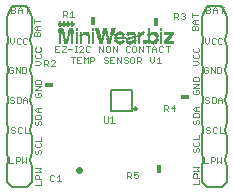
<source format=gto>
G75*
%MOIN*%
%OFA0B0*%
%FSLAX24Y24*%
%IPPOS*%
%LPD*%
%AMOC8*
5,1,8,0,0,1.08239X$1,22.5*
%
%ADD10C,0.0040*%
%ADD11C,0.0050*%
%ADD12C,0.0070*%
%ADD13C,0.0020*%
%ADD14R,0.0180X0.0300*%
%ADD15R,0.0300X0.0180*%
%ADD16C,0.0220*%
%ADD17C,0.0080*%
%ADD18R,0.0042X0.0007*%
%ADD19R,0.0035X0.0007*%
%ADD20R,0.0028X0.0007*%
%ADD21R,0.0099X0.0007*%
%ADD22R,0.0106X0.0007*%
%ADD23R,0.0092X0.0007*%
%ADD24R,0.0120X0.0007*%
%ADD25R,0.0113X0.0007*%
%ADD26R,0.0085X0.0007*%
%ADD27R,0.0333X0.0007*%
%ADD28R,0.0099X0.0007*%
%ADD29R,0.0106X0.0007*%
%ADD30R,0.0092X0.0007*%
%ADD31R,0.0163X0.0007*%
%ADD32R,0.0149X0.0007*%
%ADD33R,0.0092X0.0007*%
%ADD34R,0.0127X0.0007*%
%ADD35R,0.0333X0.0007*%
%ADD36R,0.0099X0.0007*%
%ADD37R,0.0106X0.0007*%
%ADD38R,0.0092X0.0007*%
%ADD39R,0.0113X0.0007*%
%ADD40R,0.0191X0.0007*%
%ADD41R,0.0177X0.0007*%
%ADD42R,0.0092X0.0007*%
%ADD43R,0.0149X0.0007*%
%ADD44R,0.0333X0.0007*%
%ADD45R,0.0120X0.0007*%
%ADD46R,0.0212X0.0007*%
%ADD47R,0.0191X0.0007*%
%ADD48R,0.0092X0.0007*%
%ADD49R,0.0177X0.0007*%
%ADD50R,0.0120X0.0007*%
%ADD51R,0.0234X0.0007*%
%ADD52R,0.0205X0.0007*%
%ADD53R,0.0099X0.0007*%
%ADD54R,0.0120X0.0007*%
%ADD55R,0.0092X0.0007*%
%ADD56R,0.0113X0.0007*%
%ADD57R,0.0120X0.0007*%
%ADD58R,0.0255X0.0007*%
%ADD59R,0.0220X0.0007*%
%ADD60R,0.0092X0.0007*%
%ADD61R,0.0106X0.0007*%
%ADD62R,0.0198X0.0007*%
%ADD63R,0.0333X0.0007*%
%ADD64R,0.0135X0.0007*%
%ADD65R,0.0127X0.0007*%
%ADD66R,0.0269X0.0007*%
%ADD67R,0.0326X0.0007*%
%ADD68R,0.0212X0.0007*%
%ADD69R,0.0135X0.0007*%
%ADD70R,0.0127X0.0007*%
%ADD71R,0.0127X0.0007*%
%ADD72R,0.0283X0.0007*%
%ADD73R,0.0333X0.0007*%
%ADD74R,0.0227X0.0007*%
%ADD75R,0.0135X0.0007*%
%ADD76R,0.0127X0.0007*%
%ADD77R,0.0290X0.0007*%
%ADD78R,0.0333X0.0007*%
%ADD79R,0.0135X0.0007*%
%ADD80R,0.0297X0.0007*%
%ADD81R,0.0340X0.0007*%
%ADD82R,0.0149X0.0007*%
%ADD83R,0.0135X0.0007*%
%ADD84R,0.0142X0.0007*%
%ADD85R,0.0312X0.0007*%
%ADD86R,0.0156X0.0007*%
%ADD87R,0.0340X0.0007*%
%ADD88R,0.0142X0.0007*%
%ADD89R,0.0120X0.0007*%
%ADD90R,0.0142X0.0007*%
%ADD91R,0.0326X0.0007*%
%ADD92R,0.0149X0.0007*%
%ADD93R,0.0142X0.0007*%
%ADD94R,0.0106X0.0007*%
%ADD95R,0.0127X0.0007*%
%ADD96R,0.0135X0.0007*%
%ADD97R,0.0113X0.0007*%
%ADD98R,0.0163X0.0007*%
%ADD99R,0.0163X0.0007*%
%ADD100R,0.0156X0.0007*%
%ADD101R,0.0113X0.0007*%
%ADD102R,0.0120X0.0007*%
%ADD103R,0.0163X0.0007*%
%ADD104R,0.0163X0.0007*%
%ADD105R,0.0085X0.0007*%
%ADD106R,0.0170X0.0007*%
%ADD107R,0.0177X0.0007*%
%ADD108R,0.0085X0.0007*%
%ADD109R,0.0078X0.0007*%
%ADD110R,0.0177X0.0007*%
%ADD111R,0.0106X0.0007*%
%ADD112R,0.0113X0.0007*%
%ADD113R,0.0085X0.0007*%
%ADD114R,0.0177X0.0007*%
%ADD115R,0.0085X0.0007*%
%ADD116R,0.0177X0.0007*%
%ADD117R,0.0177X0.0007*%
%ADD118R,0.0099X0.0007*%
%ADD119R,0.0184X0.0007*%
%ADD120R,0.0099X0.0007*%
%ADD121R,0.0368X0.0007*%
%ADD122R,0.0191X0.0007*%
%ADD123R,0.0368X0.0007*%
%ADD124R,0.0163X0.0007*%
%ADD125R,0.0184X0.0007*%
%ADD126R,0.0368X0.0007*%
%ADD127R,0.0290X0.0007*%
%ADD128R,0.0113X0.0007*%
%ADD129R,0.0085X0.0007*%
%ADD130R,0.0368X0.0007*%
%ADD131R,0.0276X0.0007*%
%ADD132R,0.0361X0.0007*%
%ADD133R,0.0255X0.0007*%
%ADD134R,0.0085X0.0007*%
%ADD135R,0.0361X0.0007*%
%ADD136R,0.0220X0.0007*%
%ADD137R,0.0361X0.0007*%
%ADD138R,0.0099X0.0007*%
%ADD139R,0.0106X0.0007*%
%ADD140R,0.0106X0.0007*%
%ADD141R,0.0120X0.0007*%
%ADD142R,0.0219X0.0007*%
%ADD143R,0.0142X0.0007*%
%ADD144R,0.0219X0.0007*%
%ADD145R,0.0312X0.0007*%
%ADD146R,0.0219X0.0007*%
%ADD147R,0.0347X0.0007*%
%ADD148R,0.0312X0.0007*%
%ADD149R,0.0304X0.0007*%
%ADD150R,0.0340X0.0007*%
%ADD151R,0.0312X0.0007*%
%ADD152R,0.0234X0.0007*%
%ADD153R,0.0297X0.0007*%
%ADD154R,0.0219X0.0007*%
%ADD155R,0.0312X0.0007*%
%ADD156R,0.0227X0.0007*%
%ADD157R,0.0283X0.0007*%
%ADD158R,0.0290X0.0007*%
%ADD159R,0.0269X0.0007*%
%ADD160R,0.0205X0.0007*%
%ADD161R,0.0184X0.0007*%
%ADD162R,0.0255X0.0007*%
%ADD163R,0.0198X0.0007*%
%ADD164R,0.0191X0.0007*%
%ADD165R,0.0184X0.0007*%
%ADD166R,0.0241X0.0007*%
%ADD167R,0.0255X0.0007*%
%ADD168R,0.0191X0.0007*%
%ADD169R,0.0198X0.0007*%
%ADD170R,0.0184X0.0007*%
%ADD171R,0.0234X0.0007*%
%ADD172R,0.0212X0.0007*%
%ADD173R,0.0184X0.0007*%
%ADD174R,0.0170X0.0007*%
%ADD175R,0.0170X0.0007*%
%ADD176R,0.0156X0.0007*%
%ADD177R,0.0035X0.0007*%
%ADD178R,0.0170X0.0007*%
%ADD179R,0.0042X0.0007*%
%ADD180R,0.0064X0.0007*%
%ADD181R,0.0028X0.0007*%
%ADD182R,0.0035X0.0007*%
%ADD183R,0.0156X0.0007*%
%ADD184R,0.0177X0.0007*%
%ADD185R,0.0170X0.0007*%
%ADD186R,0.0028X0.0007*%
%ADD187R,0.0028X0.0007*%
%ADD188R,0.0057X0.0007*%
%ADD189R,0.0057X0.0007*%
%ADD190R,0.0042X0.0007*%
%ADD191R,0.0043X0.0007*%
%ADD192R,0.0050X0.0007*%
%ADD193R,0.0050X0.0007*%
%ADD194R,0.0043X0.0007*%
%ADD195R,0.0043X0.0007*%
%ADD196R,0.0035X0.0007*%
%ADD197R,0.0035X0.0007*%
%ADD198R,0.0078X0.0007*%
%ADD199R,0.0064X0.0007*%
D10*
X001150Y001386D02*
X001283Y001386D01*
X001371Y001386D02*
X001371Y001586D01*
X001471Y001586D01*
X001504Y001553D01*
X001504Y001486D01*
X001471Y001453D01*
X001371Y001453D01*
X001150Y001386D02*
X001150Y001586D01*
X001592Y001586D02*
X001592Y001386D01*
X001659Y001453D01*
X001725Y001386D01*
X001725Y001586D01*
X002004Y001719D02*
X002004Y001785D01*
X002038Y001819D01*
X002104Y001785D02*
X002104Y001719D01*
X002071Y001685D01*
X002038Y001685D01*
X002004Y001719D01*
X002104Y001785D02*
X002138Y001819D01*
X002171Y001819D01*
X002204Y001785D01*
X002204Y001719D01*
X002171Y001685D01*
X002171Y001906D02*
X002038Y001906D01*
X002004Y001940D01*
X002004Y002006D01*
X002038Y002040D01*
X002004Y002127D02*
X002204Y002127D01*
X002204Y002261D01*
X002171Y002040D02*
X002204Y002006D01*
X002204Y001940D01*
X002171Y001906D01*
X001804Y002370D02*
X001671Y002370D01*
X001671Y002571D01*
X001583Y002537D02*
X001550Y002571D01*
X001483Y002571D01*
X001450Y002537D01*
X001450Y002404D01*
X001483Y002370D01*
X001550Y002370D01*
X001583Y002404D01*
X001362Y002404D02*
X001329Y002370D01*
X001262Y002370D01*
X001229Y002404D01*
X001262Y002470D02*
X001329Y002470D01*
X001362Y002437D01*
X001362Y002404D01*
X001262Y002470D02*
X001229Y002504D01*
X001229Y002537D01*
X001262Y002571D01*
X001329Y002571D01*
X001362Y002537D01*
X002012Y002679D02*
X002045Y002646D01*
X002079Y002646D01*
X002112Y002679D01*
X002112Y002746D01*
X002146Y002779D01*
X002179Y002779D01*
X002212Y002746D01*
X002212Y002679D01*
X002179Y002646D01*
X002012Y002679D02*
X002012Y002746D01*
X002045Y002779D01*
X002012Y002867D02*
X002012Y002967D01*
X002045Y003000D01*
X002179Y003000D01*
X002212Y002967D01*
X002212Y002867D01*
X002012Y002867D01*
X002079Y003088D02*
X002012Y003155D01*
X002079Y003221D01*
X002212Y003221D01*
X002112Y003221D02*
X002112Y003088D01*
X002079Y003088D02*
X002212Y003088D01*
X001765Y003394D02*
X001765Y003527D01*
X001698Y003594D01*
X001631Y003527D01*
X001631Y003394D01*
X001544Y003427D02*
X001544Y003561D01*
X001510Y003594D01*
X001410Y003594D01*
X001410Y003394D01*
X001510Y003394D01*
X001544Y003427D01*
X001631Y003494D02*
X001765Y003494D01*
X002012Y003624D02*
X002012Y003691D01*
X002045Y003724D01*
X002012Y003691D01*
X002012Y003624D01*
X002045Y003591D01*
X002179Y003591D01*
X002212Y003624D01*
X002212Y003691D01*
X002179Y003724D01*
X002112Y003724D01*
X002112Y003658D01*
X002112Y003724D01*
X002179Y003724D01*
X002212Y003691D01*
X002212Y003624D01*
X002179Y003591D01*
X002045Y003591D01*
X002012Y003624D01*
X002012Y003812D02*
X002212Y003945D01*
X002012Y003945D01*
X002212Y003945D01*
X002012Y003812D01*
X002212Y003812D01*
X002012Y003812D01*
X002012Y004033D02*
X002012Y004133D01*
X002045Y004166D01*
X002179Y004166D01*
X002212Y004133D01*
X002212Y004033D01*
X002012Y004033D01*
X002012Y004133D01*
X002045Y004166D01*
X002179Y004166D01*
X002212Y004133D01*
X002212Y004033D01*
X002012Y004033D01*
X001692Y004378D02*
X001592Y004378D01*
X001592Y004578D01*
X001692Y004578D01*
X001725Y004545D01*
X001725Y004412D01*
X001692Y004378D01*
X001504Y004378D02*
X001504Y004578D01*
X001371Y004578D02*
X001504Y004378D01*
X001371Y004378D02*
X001371Y004578D01*
X001283Y004545D02*
X001250Y004578D01*
X001183Y004578D01*
X001150Y004545D01*
X001150Y004412D01*
X001183Y004378D01*
X001250Y004378D01*
X001283Y004412D01*
X001283Y004478D01*
X001217Y004478D01*
X002016Y004660D02*
X002149Y004660D01*
X002216Y004727D01*
X002149Y004794D01*
X002016Y004794D01*
X002049Y004881D02*
X002183Y004881D01*
X002216Y004915D01*
X002216Y004981D01*
X002183Y005015D01*
X002049Y005015D02*
X002016Y004981D01*
X002016Y004915D01*
X002049Y004881D01*
X002335Y004828D02*
X002335Y004628D01*
X002335Y004695D02*
X002435Y004695D01*
X002469Y004728D01*
X002469Y004795D01*
X002435Y004828D01*
X002335Y004828D01*
X002402Y004695D02*
X002469Y004628D01*
X002556Y004628D02*
X002690Y004761D01*
X002690Y004795D01*
X002656Y004828D01*
X002590Y004828D01*
X002556Y004795D01*
X002556Y004628D02*
X002690Y004628D01*
X002690Y005076D02*
X002823Y005076D01*
X002911Y005076D02*
X002911Y005109D01*
X003044Y005243D01*
X003044Y005276D01*
X002911Y005276D01*
X002823Y005276D02*
X002690Y005276D01*
X002690Y005076D01*
X002690Y005176D02*
X002756Y005176D01*
X002911Y005076D02*
X003044Y005076D01*
X003132Y005176D02*
X003265Y005176D01*
X003353Y005276D02*
X003419Y005276D01*
X003386Y005276D02*
X003386Y005076D01*
X003353Y005076D02*
X003419Y005076D01*
X003500Y005076D02*
X003633Y005210D01*
X003633Y005243D01*
X003600Y005276D01*
X003533Y005276D01*
X003500Y005243D01*
X003721Y005243D02*
X003721Y005109D01*
X003754Y005076D01*
X003821Y005076D01*
X003854Y005109D01*
X003854Y005243D02*
X003821Y005276D01*
X003754Y005276D01*
X003721Y005243D01*
X003633Y005076D02*
X003500Y005076D01*
X003560Y004916D02*
X003426Y004916D01*
X003426Y004716D01*
X003560Y004716D01*
X003647Y004716D02*
X003647Y004916D01*
X003714Y004850D01*
X003781Y004916D01*
X003781Y004716D01*
X003868Y004716D02*
X003868Y004916D01*
X003968Y004916D01*
X004002Y004883D01*
X004002Y004816D01*
X003968Y004783D01*
X003868Y004783D01*
X003493Y004816D02*
X003426Y004816D01*
X003339Y004916D02*
X003205Y004916D01*
X003272Y004916D02*
X003272Y004716D01*
X004163Y005076D02*
X004163Y005276D01*
X004296Y005076D01*
X004296Y005276D01*
X004384Y005243D02*
X004384Y005109D01*
X004417Y005076D01*
X004484Y005076D01*
X004517Y005109D01*
X004517Y005243D01*
X004484Y005276D01*
X004417Y005276D01*
X004384Y005243D01*
X004605Y005276D02*
X004738Y005076D01*
X004738Y005276D01*
X004605Y005276D02*
X004605Y005076D01*
X004665Y004916D02*
X004531Y004916D01*
X004531Y004716D01*
X004665Y004716D01*
X004752Y004716D02*
X004752Y004916D01*
X004886Y004716D01*
X004886Y004916D01*
X004973Y004883D02*
X004973Y004850D01*
X005007Y004816D01*
X005073Y004816D01*
X005107Y004783D01*
X005107Y004749D01*
X005073Y004716D01*
X005007Y004716D01*
X004973Y004749D01*
X004973Y004883D02*
X005007Y004916D01*
X005073Y004916D01*
X005107Y004883D01*
X005194Y004883D02*
X005228Y004916D01*
X005294Y004916D01*
X005328Y004883D01*
X005328Y004749D01*
X005294Y004716D01*
X005228Y004716D01*
X005194Y004749D01*
X005194Y004883D01*
X005147Y005076D02*
X005180Y005109D01*
X005147Y005076D02*
X005080Y005076D01*
X005047Y005109D01*
X005047Y005243D01*
X005080Y005276D01*
X005147Y005276D01*
X005180Y005243D01*
X005268Y005243D02*
X005268Y005109D01*
X005301Y005076D01*
X005368Y005076D01*
X005401Y005109D01*
X005401Y005243D01*
X005368Y005276D01*
X005301Y005276D01*
X005268Y005243D01*
X005489Y005276D02*
X005622Y005076D01*
X005622Y005276D01*
X005710Y005276D02*
X005843Y005276D01*
X005777Y005276D02*
X005777Y005076D01*
X005931Y005076D02*
X005931Y005210D01*
X005998Y005276D01*
X006064Y005210D01*
X006064Y005076D01*
X006152Y005109D02*
X006185Y005076D01*
X006252Y005076D01*
X006285Y005109D01*
X006152Y005109D02*
X006152Y005243D01*
X006185Y005276D01*
X006252Y005276D01*
X006285Y005243D01*
X006373Y005276D02*
X006506Y005276D01*
X006440Y005276D02*
X006440Y005076D01*
X006145Y004916D02*
X006145Y004716D01*
X006078Y004716D02*
X006212Y004716D01*
X006078Y004850D02*
X006145Y004916D01*
X005991Y004916D02*
X005991Y004783D01*
X005924Y004716D01*
X005857Y004783D01*
X005857Y004916D01*
X005931Y005176D02*
X006064Y005176D01*
X005549Y004883D02*
X005549Y004816D01*
X005515Y004783D01*
X005415Y004783D01*
X005415Y004716D02*
X005415Y004916D01*
X005515Y004916D01*
X005549Y004883D01*
X005482Y004783D02*
X005549Y004716D01*
X005489Y005076D02*
X005489Y005276D01*
X004598Y004816D02*
X004531Y004816D01*
X004444Y004783D02*
X004444Y004749D01*
X004410Y004716D01*
X004344Y004716D01*
X004310Y004749D01*
X004344Y004816D02*
X004410Y004816D01*
X004444Y004783D01*
X004444Y004883D02*
X004410Y004916D01*
X004344Y004916D01*
X004310Y004883D01*
X004310Y004850D01*
X004344Y004816D01*
X003318Y006260D02*
X003184Y006260D01*
X003251Y006260D02*
X003251Y006460D01*
X003184Y006393D01*
X003097Y006426D02*
X003097Y006360D01*
X003064Y006326D01*
X002963Y006326D01*
X002963Y006260D02*
X002963Y006460D01*
X003064Y006460D01*
X003097Y006426D01*
X003030Y006326D02*
X003097Y006260D01*
X002200Y006116D02*
X002000Y006116D01*
X002000Y006182D02*
X002000Y006049D01*
X002067Y005961D02*
X002200Y005961D01*
X002100Y005961D02*
X002100Y005828D01*
X002067Y005828D02*
X002000Y005895D01*
X002067Y005961D01*
X002067Y005828D02*
X002200Y005828D01*
X002167Y005740D02*
X002200Y005707D01*
X002200Y005607D01*
X002000Y005607D01*
X002000Y005707D01*
X002034Y005740D01*
X002067Y005740D01*
X002100Y005707D01*
X002100Y005607D01*
X002100Y005707D02*
X002134Y005740D01*
X002167Y005740D01*
X001765Y005529D02*
X001731Y005563D01*
X001665Y005563D01*
X001631Y005529D01*
X001631Y005396D01*
X001665Y005363D01*
X001731Y005363D01*
X001765Y005396D01*
X001544Y005396D02*
X001510Y005363D01*
X001444Y005363D01*
X001410Y005396D01*
X001410Y005529D01*
X001444Y005563D01*
X001510Y005563D01*
X001544Y005529D01*
X001323Y005563D02*
X001323Y005429D01*
X001256Y005363D01*
X001189Y005429D01*
X001189Y005563D01*
X002016Y005202D02*
X002016Y005136D01*
X002049Y005102D01*
X002183Y005102D01*
X002216Y005136D01*
X002216Y005202D01*
X002183Y005236D01*
X002049Y005236D02*
X002016Y005202D01*
X001737Y006386D02*
X001737Y006586D01*
X001671Y006586D02*
X001804Y006586D01*
X001583Y006520D02*
X001583Y006386D01*
X001583Y006486D02*
X001450Y006486D01*
X001450Y006520D02*
X001516Y006586D01*
X001583Y006520D01*
X001450Y006520D02*
X001450Y006386D01*
X001362Y006420D02*
X001329Y006386D01*
X001229Y006386D01*
X001229Y006586D01*
X001329Y006586D01*
X001362Y006553D01*
X001362Y006520D01*
X001329Y006486D01*
X001229Y006486D01*
X001329Y006486D02*
X001362Y006453D01*
X001362Y006420D01*
X001289Y003594D02*
X001223Y003594D01*
X001189Y003561D01*
X001189Y003527D01*
X001223Y003494D01*
X001289Y003494D01*
X001323Y003461D01*
X001323Y003427D01*
X001289Y003394D01*
X001223Y003394D01*
X001189Y003427D01*
X001323Y003561D02*
X001289Y003594D01*
X002012Y001214D02*
X002212Y001214D01*
X002146Y001147D01*
X002212Y001080D01*
X002012Y001080D01*
X002045Y000993D02*
X002112Y000993D01*
X002146Y000959D01*
X002146Y000859D01*
X002212Y000859D02*
X002012Y000859D01*
X002012Y000959D01*
X002045Y000993D01*
X002212Y000772D02*
X002212Y000638D01*
X002012Y000638D01*
X002516Y000834D02*
X002516Y000967D01*
X002550Y001000D01*
X002617Y001000D01*
X002650Y000967D01*
X002737Y000934D02*
X002804Y001000D01*
X002804Y000800D01*
X002737Y000800D02*
X002871Y000800D01*
X002650Y000834D02*
X002617Y000800D01*
X002550Y000800D01*
X002516Y000834D01*
X005101Y000882D02*
X005101Y001083D01*
X005201Y001083D01*
X005235Y001049D01*
X005235Y000982D01*
X005201Y000949D01*
X005101Y000949D01*
X005168Y000949D02*
X005235Y000882D01*
X005322Y000916D02*
X005356Y000882D01*
X005422Y000882D01*
X005456Y000916D01*
X005456Y000982D01*
X005422Y001016D01*
X005389Y001016D01*
X005322Y000982D01*
X005322Y001083D01*
X005456Y001083D01*
X007288Y001123D02*
X007488Y001123D01*
X007421Y001190D01*
X007488Y001257D01*
X007288Y001257D01*
X007321Y001036D02*
X007388Y001036D01*
X007421Y001002D01*
X007421Y000902D01*
X007488Y000902D02*
X007288Y000902D01*
X007288Y001002D01*
X007321Y001036D01*
X007488Y000815D02*
X007488Y000681D01*
X007288Y000681D01*
X007650Y001386D02*
X007783Y001386D01*
X007871Y001386D02*
X007871Y001586D01*
X007971Y001586D01*
X008004Y001553D01*
X008004Y001486D01*
X007971Y001453D01*
X007871Y001453D01*
X008092Y001386D02*
X008092Y001586D01*
X008225Y001586D02*
X008225Y001386D01*
X008159Y001453D01*
X008092Y001386D01*
X007650Y001386D02*
X007650Y001586D01*
X007455Y001744D02*
X007488Y001778D01*
X007488Y001844D01*
X007455Y001878D01*
X007421Y001878D01*
X007388Y001844D01*
X007388Y001778D01*
X007354Y001744D01*
X007321Y001744D01*
X007288Y001778D01*
X007288Y001844D01*
X007321Y001878D01*
X007321Y001965D02*
X007455Y001965D01*
X007488Y001999D01*
X007488Y002065D01*
X007455Y002099D01*
X007488Y002186D02*
X007288Y002186D01*
X007321Y002099D02*
X007288Y002065D01*
X007288Y001999D01*
X007321Y001965D01*
X007488Y002186D02*
X007488Y002320D01*
X007729Y002404D02*
X007762Y002370D01*
X007829Y002370D01*
X007862Y002404D01*
X007862Y002437D01*
X007829Y002470D01*
X007762Y002470D01*
X007729Y002504D01*
X007729Y002537D01*
X007762Y002571D01*
X007829Y002571D01*
X007862Y002537D01*
X007950Y002537D02*
X007950Y002404D01*
X007983Y002370D01*
X008050Y002370D01*
X008083Y002404D01*
X008171Y002370D02*
X008304Y002370D01*
X008171Y002370D02*
X008171Y002571D01*
X008083Y002537D02*
X008050Y002571D01*
X007983Y002571D01*
X007950Y002537D01*
X007488Y002723D02*
X007455Y002689D01*
X007488Y002723D02*
X007488Y002789D01*
X007455Y002823D01*
X007421Y002823D01*
X007388Y002789D01*
X007388Y002723D01*
X007354Y002689D01*
X007321Y002689D01*
X007288Y002723D01*
X007288Y002789D01*
X007321Y002823D01*
X007288Y002910D02*
X007288Y003010D01*
X007321Y003044D01*
X007455Y003044D01*
X007488Y003010D01*
X007488Y002910D01*
X007288Y002910D01*
X007354Y003131D02*
X007288Y003198D01*
X007354Y003265D01*
X007488Y003265D01*
X007388Y003265D02*
X007388Y003131D01*
X007354Y003131D02*
X007488Y003131D01*
X007723Y003394D02*
X007689Y003427D01*
X007723Y003394D02*
X007789Y003394D01*
X007823Y003427D01*
X007823Y003461D01*
X007789Y003494D01*
X007723Y003494D01*
X007689Y003527D01*
X007689Y003561D01*
X007723Y003594D01*
X007789Y003594D01*
X007823Y003561D01*
X007910Y003594D02*
X008010Y003594D01*
X008044Y003561D01*
X008044Y003427D01*
X008010Y003394D01*
X007910Y003394D01*
X007910Y003594D01*
X008131Y003527D02*
X008131Y003394D01*
X008265Y003394D02*
X008265Y003527D01*
X008198Y003594D01*
X008131Y003527D01*
X008131Y003494D02*
X008265Y003494D01*
X007488Y003707D02*
X007488Y003774D01*
X007455Y003807D01*
X007388Y003807D01*
X007388Y003740D01*
X007321Y003674D02*
X007455Y003674D01*
X007488Y003707D01*
X007321Y003674D02*
X007288Y003707D01*
X007288Y003774D01*
X007321Y003807D01*
X007288Y003895D02*
X007488Y004028D01*
X007288Y004028D01*
X007288Y004116D02*
X007288Y004216D01*
X007321Y004249D01*
X007455Y004249D01*
X007488Y004216D01*
X007488Y004116D01*
X007288Y004116D01*
X007288Y003895D02*
X007488Y003895D01*
X007683Y004378D02*
X007750Y004378D01*
X007783Y004412D01*
X007783Y004478D01*
X007717Y004478D01*
X007783Y004545D02*
X007750Y004578D01*
X007683Y004578D01*
X007650Y004545D01*
X007650Y004412D01*
X007683Y004378D01*
X007871Y004378D02*
X007871Y004578D01*
X008004Y004378D01*
X008004Y004578D01*
X008092Y004578D02*
X008192Y004578D01*
X008225Y004545D01*
X008225Y004412D01*
X008192Y004378D01*
X008092Y004378D01*
X008092Y004578D01*
X007488Y004725D02*
X007421Y004791D01*
X007288Y004791D01*
X007321Y004879D02*
X007455Y004879D01*
X007488Y004912D01*
X007488Y004979D01*
X007455Y005012D01*
X007455Y005100D02*
X007321Y005100D01*
X007288Y005133D01*
X007288Y005200D01*
X007321Y005233D01*
X007455Y005233D02*
X007488Y005200D01*
X007488Y005133D01*
X007455Y005100D01*
X007321Y005012D02*
X007288Y004979D01*
X007288Y004912D01*
X007321Y004879D01*
X007488Y004725D02*
X007421Y004658D01*
X007288Y004658D01*
X007756Y005363D02*
X007823Y005429D01*
X007823Y005563D01*
X007910Y005529D02*
X007910Y005396D01*
X007944Y005363D01*
X008010Y005363D01*
X008044Y005396D01*
X008131Y005396D02*
X008165Y005363D01*
X008231Y005363D01*
X008265Y005396D01*
X008131Y005396D02*
X008131Y005529D01*
X008165Y005563D01*
X008231Y005563D01*
X008265Y005529D01*
X008044Y005529D02*
X008010Y005563D01*
X007944Y005563D01*
X007910Y005529D01*
X007689Y005563D02*
X007689Y005429D01*
X007756Y005363D01*
X007464Y005807D02*
X007264Y005807D01*
X007264Y005907D01*
X007297Y005941D01*
X007331Y005941D01*
X007364Y005907D01*
X007364Y005807D01*
X007464Y005807D02*
X007464Y005907D01*
X007431Y005941D01*
X007398Y005941D01*
X007364Y005907D01*
X007364Y006028D02*
X007364Y006162D01*
X007331Y006162D02*
X007264Y006095D01*
X007331Y006028D01*
X007464Y006028D01*
X007464Y006162D02*
X007331Y006162D01*
X007264Y006249D02*
X007264Y006383D01*
X007264Y006316D02*
X007464Y006316D01*
X007729Y006386D02*
X007829Y006386D01*
X007862Y006420D01*
X007862Y006453D01*
X007829Y006486D01*
X007729Y006486D01*
X007829Y006486D02*
X007862Y006520D01*
X007862Y006553D01*
X007829Y006586D01*
X007729Y006586D01*
X007729Y006386D01*
X007950Y006386D02*
X007950Y006520D01*
X008016Y006586D01*
X008083Y006520D01*
X008083Y006386D01*
X008083Y006486D02*
X007950Y006486D01*
X008171Y006586D02*
X008304Y006586D01*
X008237Y006586D02*
X008237Y006386D01*
X007009Y006358D02*
X007009Y006325D01*
X006975Y006292D01*
X007009Y006258D01*
X007009Y006225D01*
X006975Y006192D01*
X006909Y006192D01*
X006875Y006225D01*
X006788Y006192D02*
X006721Y006258D01*
X006754Y006258D02*
X006654Y006258D01*
X006654Y006192D02*
X006654Y006392D01*
X006754Y006392D01*
X006788Y006358D01*
X006788Y006292D01*
X006754Y006258D01*
X006875Y006358D02*
X006909Y006392D01*
X006975Y006392D01*
X007009Y006358D01*
X006975Y006292D02*
X006942Y006292D01*
X006647Y003311D02*
X006547Y003211D01*
X006680Y003211D01*
X006647Y003111D02*
X006647Y003311D01*
X006459Y003278D02*
X006459Y003211D01*
X006426Y003177D01*
X006326Y003177D01*
X006326Y003111D02*
X006326Y003311D01*
X006426Y003311D01*
X006459Y003278D01*
X006392Y003177D02*
X006459Y003111D01*
D11*
X005248Y003119D02*
X004548Y003119D01*
X004548Y003819D01*
X005248Y003819D01*
X005248Y003119D01*
D12*
X005331Y003199D02*
X005333Y003210D01*
X005338Y003221D01*
X005346Y003229D01*
X005357Y003234D01*
X005368Y003236D01*
X005379Y003234D01*
X005390Y003229D01*
X005398Y003221D01*
X005403Y003210D01*
X005405Y003199D01*
X005403Y003188D01*
X005398Y003177D01*
X005390Y003169D01*
X005379Y003164D01*
X005368Y003162D01*
X005357Y003164D01*
X005346Y003169D01*
X005338Y003177D01*
X005333Y003188D01*
X005331Y003199D01*
D13*
X004675Y002729D02*
X004529Y002729D01*
X004602Y002729D02*
X004602Y002949D01*
X004529Y002875D01*
X004454Y002949D02*
X004454Y002765D01*
X004418Y002729D01*
X004344Y002729D01*
X004308Y002765D01*
X004308Y002949D01*
D14*
X006142Y001196D03*
X006039Y006076D03*
X003949Y006110D03*
D15*
X002473Y003984D03*
X007005Y003591D03*
D16*
X003500Y001166D02*
X003500Y001142D01*
D17*
X001250Y000579D02*
X001079Y000750D01*
X001079Y001250D01*
X001132Y001500D01*
X001079Y001750D01*
X001079Y002250D01*
X001132Y002500D01*
X001079Y002750D01*
X001079Y003250D01*
X001132Y003500D01*
X001079Y003750D01*
X001079Y004250D01*
X001132Y004500D01*
X001079Y004750D01*
X001079Y005250D01*
X001132Y005500D01*
X001079Y005750D01*
X001079Y006250D01*
X001250Y006618D01*
X001750Y006618D01*
X001921Y006250D01*
X001921Y005750D01*
X001868Y005500D01*
X001921Y005250D01*
X001921Y004750D01*
X001868Y004500D01*
X001921Y004250D01*
X001921Y003750D01*
X001868Y003500D01*
X001921Y003250D01*
X001921Y002750D01*
X001868Y002500D01*
X001921Y002250D01*
X001921Y001750D01*
X001868Y001500D01*
X001921Y001250D01*
X001921Y000750D01*
X001750Y000579D01*
X001250Y000579D01*
X007579Y000750D02*
X007750Y000579D01*
X008250Y000579D01*
X008421Y000750D01*
X008421Y001250D01*
X008368Y001500D01*
X008421Y001750D01*
X008421Y002250D01*
X008368Y002500D01*
X008421Y002750D01*
X008421Y003250D01*
X008368Y003500D01*
X008421Y003750D01*
X008421Y004250D01*
X008368Y004500D01*
X008421Y004750D01*
X008421Y005250D01*
X008368Y005500D01*
X008421Y005750D01*
X008421Y006250D01*
X008250Y006618D01*
X007750Y006618D01*
X007579Y006250D01*
X007579Y005750D01*
X007632Y005500D01*
X007579Y005250D01*
X007579Y004750D01*
X007632Y004500D01*
X007579Y004250D01*
X007579Y003750D01*
X007632Y003500D01*
X007579Y003250D01*
X007579Y002750D01*
X007632Y002500D01*
X007579Y002250D01*
X007579Y001750D01*
X007632Y001500D01*
X007579Y001250D01*
X007579Y000750D01*
D18*
X004845Y005335D03*
X003309Y005986D03*
X003294Y006029D03*
X003224Y005986D03*
X003224Y005979D03*
X003174Y005986D03*
X003160Y006029D03*
X003089Y005986D03*
X003089Y005979D03*
X003040Y005986D03*
X003025Y006029D03*
X002997Y005929D03*
X003132Y005929D03*
X003266Y005929D03*
X002891Y006029D03*
X002820Y005986D03*
X002820Y005979D03*
X002863Y005929D03*
D19*
X002859Y006078D03*
X005174Y005335D03*
D20*
X005645Y005738D03*
X005971Y005335D03*
D21*
X005971Y005342D03*
X006084Y005490D03*
X006084Y005505D03*
X006084Y005540D03*
X006084Y005554D03*
X006077Y005604D03*
X006226Y005604D03*
X006226Y005590D03*
X006226Y005554D03*
X006226Y005540D03*
X006226Y005505D03*
X006226Y005490D03*
X006226Y005455D03*
X006226Y005441D03*
X006226Y005412D03*
X006226Y005391D03*
X006226Y005363D03*
X006226Y005342D03*
X006226Y005632D03*
X006226Y005653D03*
X006226Y005682D03*
X006226Y005703D03*
X006226Y005781D03*
X006226Y005809D03*
X006226Y005830D03*
X006226Y005859D03*
X005815Y005590D03*
X005490Y005554D03*
X005490Y005540D03*
X005490Y005505D03*
X005490Y005490D03*
X005490Y005455D03*
X005490Y005441D03*
X005490Y005412D03*
X005490Y005391D03*
X005490Y005363D03*
X005490Y005342D03*
X005341Y005490D03*
X005341Y005505D03*
X005341Y005604D03*
X005341Y005632D03*
X005114Y005632D03*
X005107Y005490D03*
X004966Y005455D03*
X004958Y005441D03*
X004966Y005590D03*
X004951Y005632D03*
X004718Y005455D03*
X004711Y005590D03*
X004711Y005604D03*
X004583Y005632D03*
X004576Y005604D03*
X004569Y005590D03*
X004562Y005554D03*
X004555Y005540D03*
X004434Y005590D03*
X004420Y005653D03*
X004172Y005540D03*
X004229Y005342D03*
X004498Y005342D03*
X003804Y005342D03*
X003804Y005363D03*
X003804Y005391D03*
X003804Y005412D03*
X003804Y005441D03*
X003804Y005455D03*
X003804Y005490D03*
X003804Y005505D03*
X003804Y005540D03*
X003804Y005554D03*
X003804Y005590D03*
X003804Y005604D03*
X003556Y005604D03*
X003556Y005590D03*
X003408Y005590D03*
X003408Y005604D03*
X003408Y005632D03*
X003408Y005653D03*
X003408Y005682D03*
X003408Y005703D03*
X003408Y005781D03*
X003408Y005809D03*
X003408Y005830D03*
X003408Y005859D03*
X003259Y005682D03*
X003259Y005653D03*
X003259Y005632D03*
X003259Y005604D03*
X003259Y005590D03*
X003259Y005554D03*
X003259Y005540D03*
X003259Y005505D03*
X003259Y005490D03*
X003259Y005455D03*
X003259Y005441D03*
X003259Y005412D03*
X003259Y005391D03*
X003259Y005363D03*
X003259Y005342D03*
X003408Y005342D03*
X003408Y005363D03*
X003408Y005391D03*
X003408Y005412D03*
X003408Y005441D03*
X003408Y005455D03*
X003408Y005490D03*
X003408Y005505D03*
X003408Y005540D03*
X003408Y005554D03*
X002855Y005554D03*
X002855Y005540D03*
X002855Y005505D03*
X002855Y005490D03*
X002855Y005455D03*
X002855Y005441D03*
X002855Y005412D03*
X002855Y005391D03*
X002855Y005363D03*
X002855Y005342D03*
X002855Y005590D03*
X002855Y005604D03*
X002855Y005632D03*
X002855Y005653D03*
X002855Y005682D03*
D22*
X003057Y005342D03*
X003794Y005632D03*
X004126Y005703D03*
X004134Y005682D03*
X004141Y005653D03*
X004148Y005632D03*
X004155Y005604D03*
X004169Y005554D03*
X004119Y005731D03*
X004587Y005653D03*
X004594Y005682D03*
X004601Y005703D03*
X004622Y005781D03*
X004629Y005809D03*
X004636Y005830D03*
X004643Y005859D03*
X004721Y005632D03*
X004721Y005441D03*
X005337Y005455D03*
X005337Y005590D03*
X005606Y005703D03*
X005819Y005604D03*
X005819Y005455D03*
X005670Y005441D03*
X005670Y005412D03*
X005670Y005391D03*
X005670Y005363D03*
X005670Y005342D03*
X006074Y005455D03*
D23*
X005812Y005490D03*
X005812Y005505D03*
X005812Y005540D03*
X005812Y005554D03*
X005812Y005682D03*
X005812Y005703D03*
X005812Y005731D03*
X005812Y005781D03*
X005812Y005809D03*
X005812Y005830D03*
X005812Y005859D03*
X005486Y005703D03*
X005486Y005682D03*
X005104Y005604D03*
X004962Y005604D03*
X004707Y005490D03*
X004445Y005540D03*
X004445Y005554D03*
X004431Y005604D03*
X004424Y005632D03*
X004304Y005632D03*
X004296Y005604D03*
X004282Y005540D03*
X003949Y005540D03*
X003949Y005554D03*
X003949Y005590D03*
X003949Y005604D03*
X003949Y005632D03*
X003949Y005653D03*
X003949Y005682D03*
X003949Y005703D03*
X003949Y005781D03*
X003949Y005809D03*
X003949Y005830D03*
X003949Y005859D03*
X003553Y005703D03*
X003553Y005682D03*
X003553Y005554D03*
X003553Y005540D03*
X003553Y005505D03*
X003553Y005490D03*
X003553Y005455D03*
X003553Y005441D03*
X003553Y005412D03*
X003553Y005391D03*
X003553Y005363D03*
X003553Y005342D03*
X003949Y005342D03*
X003949Y005363D03*
X003949Y005391D03*
X003949Y005412D03*
X003949Y005441D03*
X003949Y005455D03*
X003949Y005490D03*
X003949Y005505D03*
X003263Y005958D03*
X002994Y005958D03*
X002859Y005958D03*
X002958Y005682D03*
X002965Y005653D03*
X002972Y005632D03*
X002994Y005554D03*
X002994Y005540D03*
X003008Y005490D03*
X003121Y005540D03*
X003149Y005653D03*
X003156Y005682D03*
X005812Y005391D03*
X005812Y005363D03*
X005812Y005342D03*
D24*
X005826Y005441D03*
X005826Y005632D03*
X005599Y005682D03*
X004842Y005731D03*
X004743Y005653D03*
X004842Y005342D03*
X006527Y005590D03*
D25*
X006495Y005554D03*
X006438Y005490D03*
X006396Y005441D03*
X006063Y005441D03*
X006063Y005632D03*
X005334Y005441D03*
X005171Y005342D03*
X005107Y005412D03*
X005121Y005505D03*
X005128Y005653D03*
X004498Y005363D03*
X004229Y005363D03*
X004102Y005809D03*
X004095Y005830D03*
X004088Y005859D03*
X003564Y005632D03*
D26*
X003132Y005590D03*
X003125Y005554D03*
X002983Y005590D03*
X005348Y005342D03*
D27*
X006477Y005342D03*
X006477Y005363D03*
X006477Y005391D03*
X006477Y005412D03*
D28*
X006226Y005398D03*
X006226Y005349D03*
X006226Y005448D03*
X006226Y005497D03*
X006226Y005547D03*
X006226Y005597D03*
X006226Y005646D03*
X006226Y005696D03*
X006226Y005816D03*
X006226Y005866D03*
X006077Y005597D03*
X006084Y005547D03*
X006084Y005497D03*
X005815Y005597D03*
X005490Y005547D03*
X005490Y005497D03*
X005490Y005448D03*
X005490Y005398D03*
X005490Y005349D03*
X005341Y005497D03*
X005341Y005597D03*
X005121Y005646D03*
X004966Y005597D03*
X004958Y005448D03*
X004718Y005448D03*
X004711Y005597D03*
X004583Y005646D03*
X004569Y005597D03*
X004597Y005696D03*
X004498Y005349D03*
X004229Y005349D03*
X004172Y005547D03*
X004158Y005597D03*
X004144Y005646D03*
X003804Y005597D03*
X003804Y005547D03*
X003804Y005497D03*
X003804Y005448D03*
X003804Y005398D03*
X003804Y005349D03*
X003556Y005597D03*
X003408Y005597D03*
X003408Y005646D03*
X003408Y005696D03*
X003408Y005816D03*
X003408Y005866D03*
X003259Y005646D03*
X003259Y005597D03*
X003259Y005547D03*
X003259Y005497D03*
X003259Y005448D03*
X003259Y005398D03*
X003259Y005349D03*
X003408Y005349D03*
X003408Y005398D03*
X003408Y005448D03*
X003408Y005497D03*
X003408Y005547D03*
X002855Y005547D03*
X002855Y005497D03*
X002855Y005448D03*
X002855Y005398D03*
X002855Y005349D03*
X002855Y005597D03*
X002855Y005646D03*
D29*
X003057Y005349D03*
X004098Y005816D03*
X004134Y005696D03*
X004629Y005816D03*
X004941Y005646D03*
X005111Y005497D03*
X005337Y005448D03*
X005330Y005646D03*
X005670Y005398D03*
X005670Y005349D03*
X006067Y005448D03*
D30*
X005812Y005497D03*
X005812Y005547D03*
X005812Y005696D03*
X005812Y005816D03*
X005812Y005866D03*
X005486Y005696D03*
X005812Y005349D03*
X004445Y005547D03*
X004431Y005597D03*
X004424Y005646D03*
X004296Y005597D03*
X003949Y005597D03*
X003949Y005646D03*
X003949Y005696D03*
X003949Y005816D03*
X003949Y005866D03*
X003949Y005547D03*
X003949Y005497D03*
X003949Y005448D03*
X003949Y005398D03*
X003949Y005349D03*
X003553Y005349D03*
X003553Y005398D03*
X003553Y005448D03*
X003553Y005497D03*
X003553Y005547D03*
X003553Y005696D03*
X003149Y005646D03*
X003135Y005597D03*
X002994Y005547D03*
X003008Y005497D03*
X002965Y005646D03*
D31*
X003227Y005816D03*
X004842Y005349D03*
D32*
X005174Y005349D03*
D33*
X005097Y005448D03*
X005344Y005349D03*
X004558Y005547D03*
X002979Y005597D03*
D34*
X004364Y005816D03*
X004498Y005398D03*
X005971Y005349D03*
D35*
X005932Y005398D03*
X006477Y005398D03*
X006477Y005349D03*
D36*
X006226Y005356D03*
X006226Y005370D03*
X006226Y005384D03*
X006226Y005405D03*
X006226Y005420D03*
X006226Y005434D03*
X006226Y005462D03*
X006226Y005469D03*
X006226Y005483D03*
X006226Y005512D03*
X006226Y005526D03*
X006226Y005533D03*
X006226Y005561D03*
X006226Y005575D03*
X006226Y005582D03*
X006226Y005611D03*
X006226Y005625D03*
X006226Y005639D03*
X006226Y005660D03*
X006226Y005674D03*
X006226Y005689D03*
X006226Y005710D03*
X006226Y005724D03*
X006226Y005774D03*
X006226Y005788D03*
X006226Y005802D03*
X006226Y005823D03*
X006226Y005837D03*
X006226Y005851D03*
X006084Y005582D03*
X006084Y005575D03*
X006084Y005561D03*
X006084Y005533D03*
X006084Y005526D03*
X006084Y005512D03*
X006077Y005469D03*
X005815Y005469D03*
X005815Y005483D03*
X005815Y005582D03*
X005610Y005710D03*
X005490Y005582D03*
X005490Y005575D03*
X005490Y005561D03*
X005490Y005533D03*
X005490Y005526D03*
X005490Y005512D03*
X005490Y005483D03*
X005490Y005469D03*
X005490Y005462D03*
X005490Y005434D03*
X005490Y005420D03*
X005490Y005405D03*
X005490Y005384D03*
X005490Y005370D03*
X005490Y005356D03*
X005341Y005462D03*
X005341Y005469D03*
X005341Y005483D03*
X005341Y005512D03*
X005341Y005611D03*
X005341Y005625D03*
X005334Y005639D03*
X005114Y005639D03*
X004966Y005582D03*
X005100Y005469D03*
X005100Y005434D03*
X004711Y005462D03*
X004711Y005469D03*
X004555Y005533D03*
X004562Y005561D03*
X004569Y005582D03*
X004576Y005611D03*
X004576Y005625D03*
X004583Y005639D03*
X004590Y005660D03*
X004590Y005674D03*
X004597Y005689D03*
X004604Y005724D03*
X004611Y005752D03*
X004619Y005774D03*
X004626Y005802D03*
X004633Y005823D03*
X004640Y005851D03*
X004711Y005611D03*
X004449Y005533D03*
X004442Y005561D03*
X004180Y005526D03*
X004165Y005575D03*
X004151Y005625D03*
X004137Y005674D03*
X003804Y005582D03*
X003804Y005575D03*
X003804Y005561D03*
X003804Y005533D03*
X003804Y005526D03*
X003804Y005512D03*
X003804Y005483D03*
X003804Y005469D03*
X003804Y005462D03*
X003804Y005434D03*
X003804Y005420D03*
X003804Y005405D03*
X003804Y005384D03*
X003804Y005370D03*
X003804Y005356D03*
X003556Y005582D03*
X003408Y005582D03*
X003408Y005575D03*
X003408Y005561D03*
X003408Y005533D03*
X003408Y005526D03*
X003408Y005512D03*
X003408Y005483D03*
X003408Y005469D03*
X003408Y005462D03*
X003408Y005434D03*
X003408Y005420D03*
X003408Y005405D03*
X003408Y005384D03*
X003408Y005370D03*
X003408Y005356D03*
X003259Y005356D03*
X003259Y005370D03*
X003259Y005384D03*
X003259Y005405D03*
X003259Y005420D03*
X003259Y005434D03*
X003259Y005462D03*
X003259Y005469D03*
X003259Y005483D03*
X003259Y005512D03*
X003259Y005526D03*
X003259Y005533D03*
X003259Y005561D03*
X003259Y005575D03*
X003259Y005582D03*
X003259Y005611D03*
X003259Y005625D03*
X003259Y005639D03*
X003259Y005660D03*
X003259Y005674D03*
X003259Y005689D03*
X003408Y005689D03*
X003408Y005674D03*
X003408Y005660D03*
X003408Y005639D03*
X003408Y005625D03*
X003408Y005611D03*
X003408Y005710D03*
X003408Y005724D03*
X003408Y005774D03*
X003408Y005788D03*
X003408Y005802D03*
X003408Y005823D03*
X003408Y005837D03*
X003408Y005851D03*
X002855Y005689D03*
X002855Y005674D03*
X002855Y005660D03*
X002855Y005639D03*
X002855Y005625D03*
X002855Y005611D03*
X002855Y005582D03*
X002855Y005575D03*
X002855Y005561D03*
X002855Y005533D03*
X002855Y005526D03*
X002855Y005512D03*
X002855Y005483D03*
X002855Y005469D03*
X002855Y005462D03*
X002855Y005434D03*
X002855Y005420D03*
X002855Y005405D03*
X002855Y005384D03*
X002855Y005370D03*
X002855Y005356D03*
D37*
X003057Y005356D03*
X003560Y005611D03*
X003801Y005611D03*
X003801Y005625D03*
X004098Y005823D03*
X004091Y005851D03*
X004105Y005788D03*
X004119Y005738D03*
X004126Y005724D03*
X004126Y005710D03*
X004134Y005689D03*
X004141Y005660D03*
X004148Y005639D03*
X004155Y005611D03*
X004169Y005561D03*
X004176Y005533D03*
X004226Y005356D03*
X004601Y005710D03*
X004615Y005759D03*
X004622Y005788D03*
X004636Y005837D03*
X004728Y005639D03*
X004721Y005625D03*
X004728Y005434D03*
X004955Y005434D03*
X005104Y005420D03*
X005670Y005420D03*
X005670Y005434D03*
X005670Y005405D03*
X005670Y005384D03*
X005670Y005370D03*
X005670Y005356D03*
X005819Y005462D03*
X005819Y005611D03*
X006067Y005625D03*
X006074Y005611D03*
X006074Y005462D03*
D38*
X005812Y005512D03*
X005812Y005526D03*
X005812Y005533D03*
X005812Y005561D03*
X005812Y005575D03*
X005812Y005674D03*
X005812Y005689D03*
X005812Y005710D03*
X005812Y005724D03*
X005812Y005738D03*
X005812Y005752D03*
X005812Y005759D03*
X005812Y005774D03*
X005812Y005788D03*
X005812Y005802D03*
X005812Y005823D03*
X005812Y005837D03*
X005812Y005851D03*
X005486Y005724D03*
X005486Y005710D03*
X005486Y005689D03*
X005111Y005625D03*
X005104Y005483D03*
X004969Y005575D03*
X004962Y005611D03*
X004955Y005625D03*
X004707Y005483D03*
X004551Y005526D03*
X004565Y005575D03*
X004452Y005526D03*
X004438Y005575D03*
X004438Y005582D03*
X004431Y005611D03*
X004424Y005625D03*
X004424Y005639D03*
X004417Y005660D03*
X004417Y005674D03*
X004304Y005639D03*
X004304Y005625D03*
X004296Y005611D03*
X004289Y005575D03*
X003949Y005575D03*
X003949Y005582D03*
X003949Y005561D03*
X003949Y005533D03*
X003949Y005526D03*
X003949Y005512D03*
X003949Y005483D03*
X003949Y005469D03*
X003949Y005462D03*
X003949Y005434D03*
X003949Y005420D03*
X003949Y005405D03*
X003949Y005384D03*
X003949Y005370D03*
X003949Y005356D03*
X003949Y005611D03*
X003949Y005625D03*
X003949Y005639D03*
X003949Y005660D03*
X003949Y005674D03*
X003949Y005689D03*
X003949Y005710D03*
X003949Y005724D03*
X003949Y005774D03*
X003949Y005788D03*
X003949Y005802D03*
X003949Y005823D03*
X003949Y005837D03*
X003949Y005851D03*
X003553Y005724D03*
X003553Y005710D03*
X003553Y005689D03*
X003553Y005674D03*
X003553Y005575D03*
X003553Y005561D03*
X003553Y005533D03*
X003553Y005526D03*
X003553Y005512D03*
X003553Y005483D03*
X003553Y005469D03*
X003553Y005462D03*
X003553Y005434D03*
X003553Y005420D03*
X003553Y005405D03*
X003553Y005384D03*
X003553Y005370D03*
X003553Y005356D03*
X003142Y005625D03*
X003156Y005674D03*
X002972Y005639D03*
X002972Y005625D03*
X002965Y005660D03*
X002958Y005674D03*
X002958Y005689D03*
X002986Y005582D03*
X002986Y005575D03*
X003001Y005526D03*
X005812Y005384D03*
X005812Y005370D03*
X005812Y005356D03*
D39*
X005822Y005625D03*
X005334Y005582D03*
X004498Y005370D03*
X004498Y005356D03*
X004229Y005370D03*
X003790Y005639D03*
X003564Y005625D03*
X004102Y005802D03*
X004095Y005837D03*
X006389Y005434D03*
X006417Y005469D03*
X006545Y005611D03*
D40*
X005975Y005370D03*
X005189Y005533D03*
X004842Y005356D03*
X004502Y005512D03*
X004226Y005512D03*
X003213Y005710D03*
X002901Y005710D03*
X002901Y005724D03*
D41*
X002894Y005774D03*
X002894Y005788D03*
X003057Y005469D03*
X003057Y005462D03*
X004226Y005483D03*
X005174Y005356D03*
D42*
X005097Y005462D03*
X005344Y005526D03*
X005344Y005533D03*
X005344Y005370D03*
X005344Y005356D03*
X005982Y005724D03*
X004311Y005674D03*
X004311Y005660D03*
X002979Y005611D03*
D43*
X003057Y005434D03*
X003057Y005420D03*
X004226Y005434D03*
X004502Y005434D03*
X005840Y005420D03*
X005975Y005356D03*
X005982Y005710D03*
D44*
X005932Y005405D03*
X006477Y005405D03*
X006477Y005384D03*
X006477Y005370D03*
X006477Y005356D03*
X003673Y005660D03*
D45*
X003057Y005363D03*
X004934Y005653D03*
X005323Y005653D03*
X006407Y005455D03*
X006449Y005505D03*
X006541Y005604D03*
X006562Y005632D03*
D46*
X004838Y005363D03*
D47*
X005174Y005363D03*
X004502Y005505D03*
X004367Y005682D03*
X003213Y005703D03*
X002901Y005731D03*
D48*
X002979Y005604D03*
X003128Y005958D03*
X004311Y005653D03*
X005097Y005455D03*
X005097Y005441D03*
X005344Y005363D03*
D49*
X005975Y005363D03*
X005982Y005703D03*
X004502Y005490D03*
X003723Y005703D03*
D50*
X004226Y005384D03*
X005330Y005434D03*
X006060Y005434D03*
X006060Y005639D03*
X006414Y005462D03*
X006456Y005512D03*
X006499Y005561D03*
X006513Y005575D03*
X006555Y005625D03*
X003057Y005370D03*
D51*
X004842Y005370D03*
X005982Y005674D03*
D52*
X005174Y005370D03*
D53*
X005100Y005427D03*
X005100Y005476D03*
X004958Y005618D03*
X004718Y005618D03*
X004590Y005667D03*
X004576Y005618D03*
X004562Y005568D03*
X004711Y005476D03*
X004604Y005717D03*
X004611Y005745D03*
X004619Y005767D03*
X004626Y005795D03*
X004151Y005618D03*
X004165Y005568D03*
X003804Y005568D03*
X003804Y005519D03*
X003804Y005476D03*
X003804Y005427D03*
X003804Y005377D03*
X003408Y005377D03*
X003408Y005427D03*
X003408Y005476D03*
X003408Y005519D03*
X003408Y005568D03*
X003408Y005618D03*
X003408Y005667D03*
X003408Y005717D03*
X003408Y005795D03*
X003408Y005844D03*
X003259Y005667D03*
X003259Y005618D03*
X003259Y005568D03*
X003259Y005519D03*
X003259Y005476D03*
X003259Y005427D03*
X003259Y005377D03*
X002855Y005377D03*
X002855Y005427D03*
X002855Y005476D03*
X002855Y005519D03*
X002855Y005568D03*
X002855Y005618D03*
X002855Y005667D03*
X005341Y005618D03*
X005490Y005568D03*
X005490Y005519D03*
X005490Y005476D03*
X005490Y005427D03*
X005490Y005377D03*
X005341Y005476D03*
X005815Y005476D03*
X006077Y005476D03*
X006084Y005519D03*
X006084Y005568D03*
X006226Y005568D03*
X006226Y005519D03*
X006226Y005476D03*
X006226Y005427D03*
X006226Y005377D03*
X006226Y005618D03*
X006226Y005667D03*
X006226Y005717D03*
X006226Y005795D03*
X006226Y005844D03*
D54*
X006506Y005568D03*
X006463Y005519D03*
X006052Y005427D03*
X003057Y005377D03*
D55*
X003001Y005519D03*
X002986Y005568D03*
X002972Y005618D03*
X002965Y005667D03*
X003142Y005618D03*
X003553Y005667D03*
X003553Y005717D03*
X003553Y005568D03*
X003553Y005519D03*
X003553Y005476D03*
X003553Y005427D03*
X003553Y005377D03*
X003949Y005377D03*
X003949Y005427D03*
X003949Y005476D03*
X003949Y005519D03*
X003949Y005568D03*
X003949Y005618D03*
X003949Y005667D03*
X003949Y005717D03*
X003949Y005795D03*
X003949Y005844D03*
X004289Y005568D03*
X004438Y005568D03*
X004431Y005618D03*
X004417Y005667D03*
X005111Y005618D03*
X005486Y005717D03*
X005613Y005717D03*
X005812Y005717D03*
X005812Y005745D03*
X005812Y005767D03*
X005812Y005795D03*
X005812Y005844D03*
X005812Y005568D03*
X005812Y005519D03*
X005812Y005377D03*
X003263Y006036D03*
X002994Y006036D03*
X002859Y006036D03*
D56*
X004229Y005377D03*
X004732Y005427D03*
X005822Y005618D03*
X006552Y005618D03*
D57*
X005500Y005618D03*
X004502Y005377D03*
D58*
X004838Y005377D03*
D59*
X005174Y005377D03*
D60*
X005344Y005377D03*
X005344Y005519D03*
X004311Y005667D03*
X003128Y005568D03*
X003128Y006036D03*
D61*
X003560Y005618D03*
X003801Y005618D03*
X004091Y005844D03*
X004105Y005795D03*
X004119Y005745D03*
X004126Y005717D03*
X004141Y005667D03*
X004636Y005844D03*
X005670Y005427D03*
X005670Y005377D03*
X006074Y005618D03*
D62*
X005978Y005377D03*
D63*
X005932Y005667D03*
X006477Y005377D03*
D64*
X005323Y005575D03*
X003057Y005405D03*
X003057Y005384D03*
D65*
X003571Y005639D03*
X004364Y005823D03*
X004498Y005384D03*
X005135Y005512D03*
X005829Y005434D03*
X005829Y005639D03*
D66*
X005228Y005689D03*
X004838Y005384D03*
D67*
X005228Y005384D03*
D68*
X005978Y005384D03*
D69*
X003057Y005391D03*
D70*
X004229Y005391D03*
D71*
X004498Y005391D03*
X004364Y005809D03*
X004364Y005830D03*
D72*
X004838Y005391D03*
X005228Y005682D03*
D73*
X005224Y005391D03*
D74*
X004838Y005703D03*
X005978Y005391D03*
D75*
X003057Y005398D03*
D76*
X004229Y005398D03*
X006049Y005646D03*
D77*
X004842Y005398D03*
D78*
X005224Y005398D03*
D79*
X005507Y005625D03*
X006045Y005420D03*
X004502Y005405D03*
X004226Y005405D03*
D80*
X004838Y005405D03*
D81*
X005220Y005405D03*
D82*
X005514Y005632D03*
X004226Y005441D03*
X003234Y005859D03*
X003057Y005412D03*
D83*
X004226Y005412D03*
D84*
X004498Y005412D03*
X004364Y005781D03*
D85*
X004838Y005412D03*
D86*
X004498Y005441D03*
X005313Y005412D03*
X003231Y005830D03*
X002884Y005859D03*
D87*
X003677Y005653D03*
X005936Y005412D03*
D88*
X005228Y005724D03*
X004498Y005420D03*
X004229Y005420D03*
X004364Y005788D03*
X004364Y005802D03*
D89*
X004360Y005837D03*
X004743Y005420D03*
X004941Y005420D03*
X005599Y005689D03*
X006470Y005526D03*
X006477Y005533D03*
X006520Y005582D03*
X006569Y005639D03*
D90*
X005320Y005420D03*
D91*
X006481Y005420D03*
D92*
X004502Y005427D03*
X003057Y005427D03*
D93*
X004229Y005427D03*
X004364Y005795D03*
D94*
X004112Y005767D03*
X004948Y005427D03*
D95*
X005327Y005427D03*
D96*
X005833Y005427D03*
X005982Y005717D03*
X003723Y005717D03*
D97*
X004364Y005844D03*
X006382Y005427D03*
X006424Y005476D03*
D98*
X003057Y005455D03*
X003057Y005441D03*
D99*
X003057Y005448D03*
D100*
X004229Y005448D03*
X004498Y005448D03*
D101*
X004732Y005646D03*
X005603Y005696D03*
X005822Y005448D03*
X006445Y005497D03*
X006488Y005547D03*
D102*
X006399Y005448D03*
X003787Y005646D03*
D103*
X004226Y005455D03*
X004502Y005455D03*
X003227Y005809D03*
X002887Y005830D03*
D104*
X002887Y005823D03*
X002887Y005837D03*
X003227Y005823D03*
X003227Y005802D03*
X003723Y005710D03*
X004226Y005469D03*
X004226Y005462D03*
X004502Y005462D03*
X004502Y005469D03*
D105*
X004300Y005618D03*
X003153Y005667D03*
X003117Y005519D03*
X003103Y005476D03*
X003011Y005476D03*
D106*
X004229Y005476D03*
D107*
X004502Y005476D03*
X005302Y005568D03*
X003220Y005745D03*
X003220Y005767D03*
D108*
X003160Y005689D03*
X003153Y005660D03*
X003146Y005639D03*
X003139Y005611D03*
X003117Y005533D03*
X003117Y005526D03*
X003110Y005512D03*
X003011Y005483D03*
X003004Y005512D03*
X002997Y005533D03*
X002990Y005561D03*
X002997Y005951D03*
X002863Y005951D03*
X003266Y005951D03*
X004279Y005533D03*
X004279Y005526D03*
X004286Y005561D03*
X004293Y005582D03*
X005107Y005611D03*
D109*
X005621Y005724D03*
X003263Y006043D03*
X003263Y006050D03*
X002994Y006050D03*
X002994Y006043D03*
X002859Y006043D03*
X002859Y006050D03*
X003107Y005483D03*
D110*
X003220Y005752D03*
X003220Y005759D03*
X004367Y005710D03*
X004502Y005483D03*
D111*
X004608Y005738D03*
X004948Y005639D03*
X004162Y005582D03*
X004112Y005759D03*
X004112Y005774D03*
X003723Y005724D03*
X006081Y005483D03*
D112*
X006431Y005483D03*
X005497Y005611D03*
X004364Y005851D03*
X004116Y005752D03*
D113*
X004293Y005590D03*
X004286Y005554D03*
X003146Y005632D03*
X003139Y005604D03*
X003110Y005505D03*
X003110Y005490D03*
X003004Y005505D03*
D114*
X002894Y005781D03*
X004226Y005490D03*
D115*
X004286Y005547D03*
X003110Y005497D03*
D116*
X004226Y005497D03*
D117*
X004502Y005497D03*
D118*
X004704Y005497D03*
D119*
X004222Y005505D03*
X003217Y005731D03*
D120*
X004704Y005505D03*
D121*
X004838Y005512D03*
X004838Y005526D03*
X004838Y005533D03*
D122*
X004502Y005519D03*
X004226Y005519D03*
X002901Y005717D03*
D123*
X004838Y005519D03*
D124*
X005153Y005519D03*
X002887Y005844D03*
D125*
X002898Y005759D03*
X002898Y005752D03*
X002898Y005738D03*
X003217Y005738D03*
X003217Y005724D03*
X005171Y005526D03*
D126*
X004838Y005540D03*
D127*
X005245Y005540D03*
D128*
X005497Y005604D03*
X006481Y005540D03*
X004364Y005859D03*
X004109Y005781D03*
D129*
X004307Y005646D03*
X003125Y005547D03*
D130*
X004838Y005547D03*
D131*
X005252Y005547D03*
D132*
X004835Y005554D03*
D133*
X005263Y005554D03*
D134*
X003132Y005575D03*
X003132Y005582D03*
X003125Y005561D03*
X003132Y005951D03*
D135*
X004835Y005561D03*
D136*
X005281Y005561D03*
D137*
X004835Y005568D03*
D138*
X004704Y005575D03*
X004704Y005582D03*
D139*
X004608Y005731D03*
X004162Y005590D03*
X005493Y005590D03*
X006081Y005590D03*
D140*
X005493Y005597D03*
D141*
X006534Y005597D03*
D142*
X005550Y005639D03*
X005550Y005660D03*
X005550Y005674D03*
D143*
X005837Y005646D03*
X003578Y005646D03*
D144*
X005550Y005646D03*
D145*
X006481Y005646D03*
X006481Y005696D03*
D146*
X005982Y005682D03*
X005550Y005653D03*
X003723Y005682D03*
D147*
X005939Y005653D03*
D148*
X006481Y005653D03*
X006481Y005682D03*
X006481Y005703D03*
D149*
X005224Y005660D03*
X004835Y005660D03*
D150*
X005936Y005660D03*
D151*
X006481Y005660D03*
X006481Y005674D03*
X006481Y005689D03*
X006481Y005710D03*
X006481Y005724D03*
D152*
X003723Y005667D03*
D153*
X004838Y005667D03*
X005228Y005667D03*
D154*
X005550Y005667D03*
D155*
X006481Y005667D03*
X006481Y005717D03*
D156*
X003719Y005674D03*
D157*
X004838Y005674D03*
D158*
X005224Y005674D03*
D159*
X004838Y005682D03*
D160*
X003723Y005689D03*
X005982Y005689D03*
D161*
X004364Y005689D03*
D162*
X004838Y005689D03*
D163*
X002905Y005696D03*
D164*
X003213Y005696D03*
X003723Y005696D03*
D165*
X004364Y005696D03*
D166*
X004838Y005696D03*
D167*
X005228Y005696D03*
D168*
X005982Y005696D03*
D169*
X002905Y005703D03*
D170*
X004364Y005703D03*
D171*
X005224Y005703D03*
D172*
X005228Y005710D03*
X004838Y005710D03*
D173*
X004838Y005717D03*
X005228Y005717D03*
X003217Y005717D03*
X002898Y005745D03*
D174*
X002891Y005795D03*
X003224Y005795D03*
X004364Y005717D03*
D175*
X004364Y005724D03*
X004364Y005738D03*
X003224Y005774D03*
X003224Y005788D03*
X002891Y005802D03*
D176*
X002884Y005851D03*
X003231Y005851D03*
X003231Y005837D03*
X004364Y005774D03*
X004364Y005759D03*
X004364Y005752D03*
X004838Y005724D03*
D177*
X003723Y005731D03*
D178*
X003224Y005781D03*
X002891Y005809D03*
X004364Y005731D03*
D179*
X005228Y005731D03*
X003309Y006007D03*
X003266Y006071D03*
X003231Y006021D03*
X003224Y006007D03*
X003231Y005972D03*
X003266Y005922D03*
X003174Y006007D03*
X003167Y006021D03*
X003132Y006071D03*
X003096Y006021D03*
X003089Y006007D03*
X003096Y005972D03*
X003132Y005922D03*
X003040Y006007D03*
X003032Y006021D03*
X002997Y006071D03*
X002962Y006021D03*
X002962Y005972D03*
X002997Y005922D03*
X002898Y006021D03*
X002863Y006071D03*
X002827Y006021D03*
X002827Y005972D03*
X002863Y005922D03*
D180*
X002994Y006057D03*
X003128Y006057D03*
X003263Y006057D03*
X005628Y005731D03*
D181*
X005978Y005731D03*
D182*
X004842Y005738D03*
X003263Y006078D03*
X003128Y006078D03*
X002994Y006078D03*
D183*
X003231Y005844D03*
X004364Y005767D03*
X004364Y005745D03*
D184*
X002894Y005767D03*
D185*
X002891Y005816D03*
D186*
X002863Y005915D03*
X002997Y005915D03*
D187*
X003132Y005915D03*
X003266Y005915D03*
D188*
X003266Y005936D03*
X003132Y005936D03*
X002997Y005936D03*
X002863Y005936D03*
D189*
X002863Y005944D03*
X002997Y005944D03*
X003132Y005944D03*
X003266Y005944D03*
D190*
X003238Y005965D03*
X003224Y006014D03*
X003266Y006064D03*
X003294Y005965D03*
X003160Y005965D03*
X003089Y006014D03*
X003132Y006064D03*
X002997Y006064D03*
X002969Y005965D03*
X003025Y005965D03*
X002891Y005965D03*
X002834Y005965D03*
X002820Y006014D03*
X002863Y006064D03*
D191*
X002955Y006014D03*
X003103Y005965D03*
D192*
X003163Y005972D03*
X003298Y005972D03*
X003029Y005972D03*
X002894Y005972D03*
X002816Y006007D03*
D193*
X002831Y006029D03*
X002901Y005979D03*
X002965Y006029D03*
X003036Y005979D03*
X003100Y006029D03*
X003171Y005979D03*
X003234Y006029D03*
X003305Y005979D03*
D194*
X002955Y005979D03*
X002955Y005986D03*
X002905Y005986D03*
D195*
X002905Y006007D03*
X002955Y006007D03*
X003302Y006021D03*
D196*
X003305Y006014D03*
X002901Y006014D03*
D197*
X003036Y006014D03*
X003171Y006014D03*
D198*
X003128Y006043D03*
X003128Y006050D03*
D199*
X002859Y006057D03*
M02*

</source>
